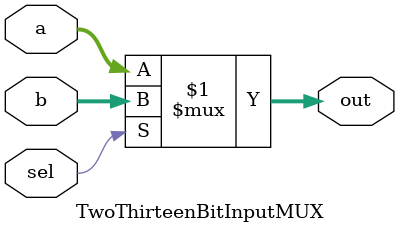
<source format=v>
module TwoThirteenBitInputMUX (a, b, sel, out);

  input[12:0] a, b;
  input sel;
  output[12:0] out;

  assign out = sel ? b : a;

endmodule // TwoThirteenBitInputMUX

</source>
